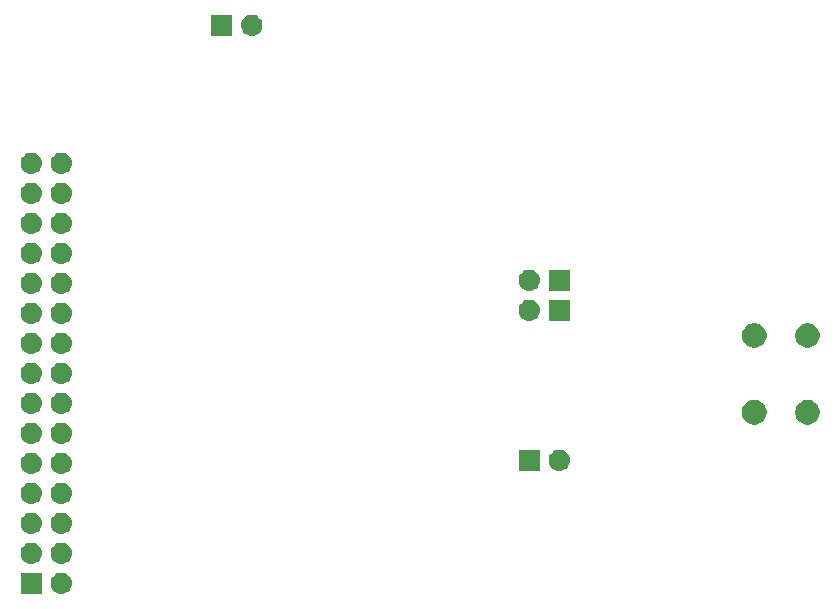
<source format=gbr>
G04 #@! TF.GenerationSoftware,KiCad,Pcbnew,(5.1.4)-1*
G04 #@! TF.CreationDate,2022-07-13T12:05:44+01:00*
G04 #@! TF.ProjectId,3Pi_M5Core2_Hat,3350695f-4d35-4436-9f72-65325f486174,rev?*
G04 #@! TF.SameCoordinates,Original*
G04 #@! TF.FileFunction,Soldermask,Top*
G04 #@! TF.FilePolarity,Negative*
%FSLAX46Y46*%
G04 Gerber Fmt 4.6, Leading zero omitted, Abs format (unit mm)*
G04 Created by KiCad (PCBNEW (5.1.4)-1) date 2022-07-13 12:05:44*
%MOMM*%
%LPD*%
G04 APERTURE LIST*
%ADD10C,0.100000*%
G04 APERTURE END LIST*
D10*
G36*
X90026443Y-111373519D02*
G01*
X90092627Y-111380037D01*
X90262466Y-111431557D01*
X90418991Y-111515222D01*
X90454729Y-111544552D01*
X90556186Y-111627814D01*
X90639448Y-111729271D01*
X90668778Y-111765009D01*
X90752443Y-111921534D01*
X90803963Y-112091373D01*
X90821359Y-112268000D01*
X90803963Y-112444627D01*
X90752443Y-112614466D01*
X90668778Y-112770991D01*
X90639448Y-112806729D01*
X90556186Y-112908186D01*
X90454729Y-112991448D01*
X90418991Y-113020778D01*
X90262466Y-113104443D01*
X90092627Y-113155963D01*
X90026442Y-113162482D01*
X89960260Y-113169000D01*
X89871740Y-113169000D01*
X89805558Y-113162482D01*
X89739373Y-113155963D01*
X89569534Y-113104443D01*
X89413009Y-113020778D01*
X89377271Y-112991448D01*
X89275814Y-112908186D01*
X89192552Y-112806729D01*
X89163222Y-112770991D01*
X89079557Y-112614466D01*
X89028037Y-112444627D01*
X89010641Y-112268000D01*
X89028037Y-112091373D01*
X89079557Y-111921534D01*
X89163222Y-111765009D01*
X89192552Y-111729271D01*
X89275814Y-111627814D01*
X89377271Y-111544552D01*
X89413009Y-111515222D01*
X89569534Y-111431557D01*
X89739373Y-111380037D01*
X89805557Y-111373519D01*
X89871740Y-111367000D01*
X89960260Y-111367000D01*
X90026443Y-111373519D01*
X90026443Y-111373519D01*
G37*
G36*
X88277000Y-113169000D02*
G01*
X86475000Y-113169000D01*
X86475000Y-111367000D01*
X88277000Y-111367000D01*
X88277000Y-113169000D01*
X88277000Y-113169000D01*
G37*
G36*
X90026443Y-108833519D02*
G01*
X90092627Y-108840037D01*
X90262466Y-108891557D01*
X90418991Y-108975222D01*
X90454729Y-109004552D01*
X90556186Y-109087814D01*
X90639448Y-109189271D01*
X90668778Y-109225009D01*
X90752443Y-109381534D01*
X90803963Y-109551373D01*
X90821359Y-109728000D01*
X90803963Y-109904627D01*
X90752443Y-110074466D01*
X90668778Y-110230991D01*
X90639448Y-110266729D01*
X90556186Y-110368186D01*
X90454729Y-110451448D01*
X90418991Y-110480778D01*
X90262466Y-110564443D01*
X90092627Y-110615963D01*
X90026442Y-110622482D01*
X89960260Y-110629000D01*
X89871740Y-110629000D01*
X89805558Y-110622482D01*
X89739373Y-110615963D01*
X89569534Y-110564443D01*
X89413009Y-110480778D01*
X89377271Y-110451448D01*
X89275814Y-110368186D01*
X89192552Y-110266729D01*
X89163222Y-110230991D01*
X89079557Y-110074466D01*
X89028037Y-109904627D01*
X89010641Y-109728000D01*
X89028037Y-109551373D01*
X89079557Y-109381534D01*
X89163222Y-109225009D01*
X89192552Y-109189271D01*
X89275814Y-109087814D01*
X89377271Y-109004552D01*
X89413009Y-108975222D01*
X89569534Y-108891557D01*
X89739373Y-108840037D01*
X89805557Y-108833519D01*
X89871740Y-108827000D01*
X89960260Y-108827000D01*
X90026443Y-108833519D01*
X90026443Y-108833519D01*
G37*
G36*
X87486443Y-108833519D02*
G01*
X87552627Y-108840037D01*
X87722466Y-108891557D01*
X87878991Y-108975222D01*
X87914729Y-109004552D01*
X88016186Y-109087814D01*
X88099448Y-109189271D01*
X88128778Y-109225009D01*
X88212443Y-109381534D01*
X88263963Y-109551373D01*
X88281359Y-109728000D01*
X88263963Y-109904627D01*
X88212443Y-110074466D01*
X88128778Y-110230991D01*
X88099448Y-110266729D01*
X88016186Y-110368186D01*
X87914729Y-110451448D01*
X87878991Y-110480778D01*
X87722466Y-110564443D01*
X87552627Y-110615963D01*
X87486442Y-110622482D01*
X87420260Y-110629000D01*
X87331740Y-110629000D01*
X87265558Y-110622482D01*
X87199373Y-110615963D01*
X87029534Y-110564443D01*
X86873009Y-110480778D01*
X86837271Y-110451448D01*
X86735814Y-110368186D01*
X86652552Y-110266729D01*
X86623222Y-110230991D01*
X86539557Y-110074466D01*
X86488037Y-109904627D01*
X86470641Y-109728000D01*
X86488037Y-109551373D01*
X86539557Y-109381534D01*
X86623222Y-109225009D01*
X86652552Y-109189271D01*
X86735814Y-109087814D01*
X86837271Y-109004552D01*
X86873009Y-108975222D01*
X87029534Y-108891557D01*
X87199373Y-108840037D01*
X87265557Y-108833519D01*
X87331740Y-108827000D01*
X87420260Y-108827000D01*
X87486443Y-108833519D01*
X87486443Y-108833519D01*
G37*
G36*
X87486442Y-106293518D02*
G01*
X87552627Y-106300037D01*
X87722466Y-106351557D01*
X87878991Y-106435222D01*
X87914729Y-106464552D01*
X88016186Y-106547814D01*
X88099448Y-106649271D01*
X88128778Y-106685009D01*
X88212443Y-106841534D01*
X88263963Y-107011373D01*
X88281359Y-107188000D01*
X88263963Y-107364627D01*
X88212443Y-107534466D01*
X88128778Y-107690991D01*
X88099448Y-107726729D01*
X88016186Y-107828186D01*
X87914729Y-107911448D01*
X87878991Y-107940778D01*
X87722466Y-108024443D01*
X87552627Y-108075963D01*
X87486442Y-108082482D01*
X87420260Y-108089000D01*
X87331740Y-108089000D01*
X87265558Y-108082482D01*
X87199373Y-108075963D01*
X87029534Y-108024443D01*
X86873009Y-107940778D01*
X86837271Y-107911448D01*
X86735814Y-107828186D01*
X86652552Y-107726729D01*
X86623222Y-107690991D01*
X86539557Y-107534466D01*
X86488037Y-107364627D01*
X86470641Y-107188000D01*
X86488037Y-107011373D01*
X86539557Y-106841534D01*
X86623222Y-106685009D01*
X86652552Y-106649271D01*
X86735814Y-106547814D01*
X86837271Y-106464552D01*
X86873009Y-106435222D01*
X87029534Y-106351557D01*
X87199373Y-106300037D01*
X87265558Y-106293518D01*
X87331740Y-106287000D01*
X87420260Y-106287000D01*
X87486442Y-106293518D01*
X87486442Y-106293518D01*
G37*
G36*
X90026442Y-106293518D02*
G01*
X90092627Y-106300037D01*
X90262466Y-106351557D01*
X90418991Y-106435222D01*
X90454729Y-106464552D01*
X90556186Y-106547814D01*
X90639448Y-106649271D01*
X90668778Y-106685009D01*
X90752443Y-106841534D01*
X90803963Y-107011373D01*
X90821359Y-107188000D01*
X90803963Y-107364627D01*
X90752443Y-107534466D01*
X90668778Y-107690991D01*
X90639448Y-107726729D01*
X90556186Y-107828186D01*
X90454729Y-107911448D01*
X90418991Y-107940778D01*
X90262466Y-108024443D01*
X90092627Y-108075963D01*
X90026442Y-108082482D01*
X89960260Y-108089000D01*
X89871740Y-108089000D01*
X89805558Y-108082482D01*
X89739373Y-108075963D01*
X89569534Y-108024443D01*
X89413009Y-107940778D01*
X89377271Y-107911448D01*
X89275814Y-107828186D01*
X89192552Y-107726729D01*
X89163222Y-107690991D01*
X89079557Y-107534466D01*
X89028037Y-107364627D01*
X89010641Y-107188000D01*
X89028037Y-107011373D01*
X89079557Y-106841534D01*
X89163222Y-106685009D01*
X89192552Y-106649271D01*
X89275814Y-106547814D01*
X89377271Y-106464552D01*
X89413009Y-106435222D01*
X89569534Y-106351557D01*
X89739373Y-106300037D01*
X89805558Y-106293518D01*
X89871740Y-106287000D01*
X89960260Y-106287000D01*
X90026442Y-106293518D01*
X90026442Y-106293518D01*
G37*
G36*
X87486442Y-103753518D02*
G01*
X87552627Y-103760037D01*
X87722466Y-103811557D01*
X87878991Y-103895222D01*
X87914729Y-103924552D01*
X88016186Y-104007814D01*
X88099448Y-104109271D01*
X88128778Y-104145009D01*
X88212443Y-104301534D01*
X88263963Y-104471373D01*
X88281359Y-104648000D01*
X88263963Y-104824627D01*
X88212443Y-104994466D01*
X88128778Y-105150991D01*
X88099448Y-105186729D01*
X88016186Y-105288186D01*
X87914729Y-105371448D01*
X87878991Y-105400778D01*
X87722466Y-105484443D01*
X87552627Y-105535963D01*
X87486442Y-105542482D01*
X87420260Y-105549000D01*
X87331740Y-105549000D01*
X87265558Y-105542482D01*
X87199373Y-105535963D01*
X87029534Y-105484443D01*
X86873009Y-105400778D01*
X86837271Y-105371448D01*
X86735814Y-105288186D01*
X86652552Y-105186729D01*
X86623222Y-105150991D01*
X86539557Y-104994466D01*
X86488037Y-104824627D01*
X86470641Y-104648000D01*
X86488037Y-104471373D01*
X86539557Y-104301534D01*
X86623222Y-104145009D01*
X86652552Y-104109271D01*
X86735814Y-104007814D01*
X86837271Y-103924552D01*
X86873009Y-103895222D01*
X87029534Y-103811557D01*
X87199373Y-103760037D01*
X87265558Y-103753518D01*
X87331740Y-103747000D01*
X87420260Y-103747000D01*
X87486442Y-103753518D01*
X87486442Y-103753518D01*
G37*
G36*
X90026442Y-103753518D02*
G01*
X90092627Y-103760037D01*
X90262466Y-103811557D01*
X90418991Y-103895222D01*
X90454729Y-103924552D01*
X90556186Y-104007814D01*
X90639448Y-104109271D01*
X90668778Y-104145009D01*
X90752443Y-104301534D01*
X90803963Y-104471373D01*
X90821359Y-104648000D01*
X90803963Y-104824627D01*
X90752443Y-104994466D01*
X90668778Y-105150991D01*
X90639448Y-105186729D01*
X90556186Y-105288186D01*
X90454729Y-105371448D01*
X90418991Y-105400778D01*
X90262466Y-105484443D01*
X90092627Y-105535963D01*
X90026442Y-105542482D01*
X89960260Y-105549000D01*
X89871740Y-105549000D01*
X89805558Y-105542482D01*
X89739373Y-105535963D01*
X89569534Y-105484443D01*
X89413009Y-105400778D01*
X89377271Y-105371448D01*
X89275814Y-105288186D01*
X89192552Y-105186729D01*
X89163222Y-105150991D01*
X89079557Y-104994466D01*
X89028037Y-104824627D01*
X89010641Y-104648000D01*
X89028037Y-104471373D01*
X89079557Y-104301534D01*
X89163222Y-104145009D01*
X89192552Y-104109271D01*
X89275814Y-104007814D01*
X89377271Y-103924552D01*
X89413009Y-103895222D01*
X89569534Y-103811557D01*
X89739373Y-103760037D01*
X89805558Y-103753518D01*
X89871740Y-103747000D01*
X89960260Y-103747000D01*
X90026442Y-103753518D01*
X90026442Y-103753518D01*
G37*
G36*
X87486442Y-101213518D02*
G01*
X87552627Y-101220037D01*
X87722466Y-101271557D01*
X87878991Y-101355222D01*
X87914729Y-101384552D01*
X88016186Y-101467814D01*
X88099448Y-101569271D01*
X88128778Y-101605009D01*
X88212443Y-101761534D01*
X88263963Y-101931373D01*
X88281359Y-102108000D01*
X88263963Y-102284627D01*
X88212443Y-102454466D01*
X88128778Y-102610991D01*
X88099448Y-102646729D01*
X88016186Y-102748186D01*
X87914729Y-102831448D01*
X87878991Y-102860778D01*
X87722466Y-102944443D01*
X87552627Y-102995963D01*
X87486443Y-103002481D01*
X87420260Y-103009000D01*
X87331740Y-103009000D01*
X87265558Y-103002482D01*
X87199373Y-102995963D01*
X87029534Y-102944443D01*
X86873009Y-102860778D01*
X86837271Y-102831448D01*
X86735814Y-102748186D01*
X86652552Y-102646729D01*
X86623222Y-102610991D01*
X86539557Y-102454466D01*
X86488037Y-102284627D01*
X86470641Y-102108000D01*
X86488037Y-101931373D01*
X86539557Y-101761534D01*
X86623222Y-101605009D01*
X86652552Y-101569271D01*
X86735814Y-101467814D01*
X86837271Y-101384552D01*
X86873009Y-101355222D01*
X87029534Y-101271557D01*
X87199373Y-101220037D01*
X87265557Y-101213519D01*
X87331740Y-101207000D01*
X87420260Y-101207000D01*
X87486442Y-101213518D01*
X87486442Y-101213518D01*
G37*
G36*
X90026442Y-101213518D02*
G01*
X90092627Y-101220037D01*
X90262466Y-101271557D01*
X90418991Y-101355222D01*
X90454729Y-101384552D01*
X90556186Y-101467814D01*
X90639448Y-101569271D01*
X90668778Y-101605009D01*
X90752443Y-101761534D01*
X90803963Y-101931373D01*
X90821359Y-102108000D01*
X90803963Y-102284627D01*
X90752443Y-102454466D01*
X90668778Y-102610991D01*
X90639448Y-102646729D01*
X90556186Y-102748186D01*
X90454729Y-102831448D01*
X90418991Y-102860778D01*
X90262466Y-102944443D01*
X90092627Y-102995963D01*
X90026443Y-103002481D01*
X89960260Y-103009000D01*
X89871740Y-103009000D01*
X89805558Y-103002482D01*
X89739373Y-102995963D01*
X89569534Y-102944443D01*
X89413009Y-102860778D01*
X89377271Y-102831448D01*
X89275814Y-102748186D01*
X89192552Y-102646729D01*
X89163222Y-102610991D01*
X89079557Y-102454466D01*
X89028037Y-102284627D01*
X89010641Y-102108000D01*
X89028037Y-101931373D01*
X89079557Y-101761534D01*
X89163222Y-101605009D01*
X89192552Y-101569271D01*
X89275814Y-101467814D01*
X89377271Y-101384552D01*
X89413009Y-101355222D01*
X89569534Y-101271557D01*
X89739373Y-101220037D01*
X89805557Y-101213519D01*
X89871740Y-101207000D01*
X89960260Y-101207000D01*
X90026442Y-101213518D01*
X90026442Y-101213518D01*
G37*
G36*
X132190443Y-100959519D02*
G01*
X132256627Y-100966037D01*
X132426466Y-101017557D01*
X132582991Y-101101222D01*
X132618729Y-101130552D01*
X132720186Y-101213814D01*
X132803448Y-101315271D01*
X132832778Y-101351009D01*
X132916443Y-101507534D01*
X132967963Y-101677373D01*
X132985359Y-101854000D01*
X132967963Y-102030627D01*
X132916443Y-102200466D01*
X132832778Y-102356991D01*
X132803448Y-102392729D01*
X132720186Y-102494186D01*
X132618729Y-102577448D01*
X132582991Y-102606778D01*
X132426466Y-102690443D01*
X132256627Y-102741963D01*
X132193453Y-102748185D01*
X132124260Y-102755000D01*
X132035740Y-102755000D01*
X131966547Y-102748185D01*
X131903373Y-102741963D01*
X131733534Y-102690443D01*
X131577009Y-102606778D01*
X131541271Y-102577448D01*
X131439814Y-102494186D01*
X131356552Y-102392729D01*
X131327222Y-102356991D01*
X131243557Y-102200466D01*
X131192037Y-102030627D01*
X131174641Y-101854000D01*
X131192037Y-101677373D01*
X131243557Y-101507534D01*
X131327222Y-101351009D01*
X131356552Y-101315271D01*
X131439814Y-101213814D01*
X131541271Y-101130552D01*
X131577009Y-101101222D01*
X131733534Y-101017557D01*
X131903373Y-100966037D01*
X131969558Y-100959518D01*
X132035740Y-100953000D01*
X132124260Y-100953000D01*
X132190443Y-100959519D01*
X132190443Y-100959519D01*
G37*
G36*
X130441000Y-102755000D02*
G01*
X128639000Y-102755000D01*
X128639000Y-100953000D01*
X130441000Y-100953000D01*
X130441000Y-102755000D01*
X130441000Y-102755000D01*
G37*
G36*
X90026442Y-98673518D02*
G01*
X90092627Y-98680037D01*
X90262466Y-98731557D01*
X90418991Y-98815222D01*
X90450401Y-98841000D01*
X90556186Y-98927814D01*
X90639448Y-99029271D01*
X90668778Y-99065009D01*
X90752443Y-99221534D01*
X90803963Y-99391373D01*
X90821359Y-99568000D01*
X90803963Y-99744627D01*
X90752443Y-99914466D01*
X90668778Y-100070991D01*
X90639448Y-100106729D01*
X90556186Y-100208186D01*
X90454729Y-100291448D01*
X90418991Y-100320778D01*
X90262466Y-100404443D01*
X90092627Y-100455963D01*
X90026442Y-100462482D01*
X89960260Y-100469000D01*
X89871740Y-100469000D01*
X89805557Y-100462481D01*
X89739373Y-100455963D01*
X89569534Y-100404443D01*
X89413009Y-100320778D01*
X89377271Y-100291448D01*
X89275814Y-100208186D01*
X89192552Y-100106729D01*
X89163222Y-100070991D01*
X89079557Y-99914466D01*
X89028037Y-99744627D01*
X89010641Y-99568000D01*
X89028037Y-99391373D01*
X89079557Y-99221534D01*
X89163222Y-99065009D01*
X89192552Y-99029271D01*
X89275814Y-98927814D01*
X89381599Y-98841000D01*
X89413009Y-98815222D01*
X89569534Y-98731557D01*
X89739373Y-98680037D01*
X89805558Y-98673518D01*
X89871740Y-98667000D01*
X89960260Y-98667000D01*
X90026442Y-98673518D01*
X90026442Y-98673518D01*
G37*
G36*
X87486442Y-98673518D02*
G01*
X87552627Y-98680037D01*
X87722466Y-98731557D01*
X87878991Y-98815222D01*
X87910401Y-98841000D01*
X88016186Y-98927814D01*
X88099448Y-99029271D01*
X88128778Y-99065009D01*
X88212443Y-99221534D01*
X88263963Y-99391373D01*
X88281359Y-99568000D01*
X88263963Y-99744627D01*
X88212443Y-99914466D01*
X88128778Y-100070991D01*
X88099448Y-100106729D01*
X88016186Y-100208186D01*
X87914729Y-100291448D01*
X87878991Y-100320778D01*
X87722466Y-100404443D01*
X87552627Y-100455963D01*
X87486442Y-100462482D01*
X87420260Y-100469000D01*
X87331740Y-100469000D01*
X87265557Y-100462481D01*
X87199373Y-100455963D01*
X87029534Y-100404443D01*
X86873009Y-100320778D01*
X86837271Y-100291448D01*
X86735814Y-100208186D01*
X86652552Y-100106729D01*
X86623222Y-100070991D01*
X86539557Y-99914466D01*
X86488037Y-99744627D01*
X86470641Y-99568000D01*
X86488037Y-99391373D01*
X86539557Y-99221534D01*
X86623222Y-99065009D01*
X86652552Y-99029271D01*
X86735814Y-98927814D01*
X86841599Y-98841000D01*
X86873009Y-98815222D01*
X87029534Y-98731557D01*
X87199373Y-98680037D01*
X87265558Y-98673518D01*
X87331740Y-98667000D01*
X87420260Y-98667000D01*
X87486442Y-98673518D01*
X87486442Y-98673518D01*
G37*
G36*
X148896564Y-96779389D02*
G01*
X149070349Y-96851373D01*
X149087835Y-96858616D01*
X149259973Y-96973635D01*
X149406365Y-97120027D01*
X149462892Y-97204625D01*
X149521385Y-97292167D01*
X149600611Y-97483436D01*
X149641000Y-97686484D01*
X149641000Y-97893516D01*
X149600611Y-98096564D01*
X149521385Y-98287833D01*
X149521384Y-98287835D01*
X149406365Y-98459973D01*
X149259973Y-98606365D01*
X149087835Y-98721384D01*
X149087834Y-98721385D01*
X149087833Y-98721385D01*
X148896564Y-98800611D01*
X148693516Y-98841000D01*
X148486484Y-98841000D01*
X148283436Y-98800611D01*
X148092167Y-98721385D01*
X148092166Y-98721385D01*
X148092165Y-98721384D01*
X147920027Y-98606365D01*
X147773635Y-98459973D01*
X147658616Y-98287835D01*
X147658615Y-98287833D01*
X147579389Y-98096564D01*
X147539000Y-97893516D01*
X147539000Y-97686484D01*
X147579389Y-97483436D01*
X147658615Y-97292167D01*
X147717109Y-97204625D01*
X147773635Y-97120027D01*
X147920027Y-96973635D01*
X148092165Y-96858616D01*
X148109651Y-96851373D01*
X148283436Y-96779389D01*
X148486484Y-96739000D01*
X148693516Y-96739000D01*
X148896564Y-96779389D01*
X148896564Y-96779389D01*
G37*
G36*
X153396564Y-96779389D02*
G01*
X153570349Y-96851373D01*
X153587835Y-96858616D01*
X153759973Y-96973635D01*
X153906365Y-97120027D01*
X153962892Y-97204625D01*
X154021385Y-97292167D01*
X154100611Y-97483436D01*
X154141000Y-97686484D01*
X154141000Y-97893516D01*
X154100611Y-98096564D01*
X154021385Y-98287833D01*
X154021384Y-98287835D01*
X153906365Y-98459973D01*
X153759973Y-98606365D01*
X153587835Y-98721384D01*
X153587834Y-98721385D01*
X153587833Y-98721385D01*
X153396564Y-98800611D01*
X153193516Y-98841000D01*
X152986484Y-98841000D01*
X152783436Y-98800611D01*
X152592167Y-98721385D01*
X152592166Y-98721385D01*
X152592165Y-98721384D01*
X152420027Y-98606365D01*
X152273635Y-98459973D01*
X152158616Y-98287835D01*
X152158615Y-98287833D01*
X152079389Y-98096564D01*
X152039000Y-97893516D01*
X152039000Y-97686484D01*
X152079389Y-97483436D01*
X152158615Y-97292167D01*
X152217109Y-97204625D01*
X152273635Y-97120027D01*
X152420027Y-96973635D01*
X152592165Y-96858616D01*
X152609651Y-96851373D01*
X152783436Y-96779389D01*
X152986484Y-96739000D01*
X153193516Y-96739000D01*
X153396564Y-96779389D01*
X153396564Y-96779389D01*
G37*
G36*
X90026443Y-96133519D02*
G01*
X90092627Y-96140037D01*
X90262466Y-96191557D01*
X90418991Y-96275222D01*
X90454729Y-96304552D01*
X90556186Y-96387814D01*
X90639448Y-96489271D01*
X90668778Y-96525009D01*
X90752443Y-96681534D01*
X90803963Y-96851373D01*
X90821359Y-97028000D01*
X90803963Y-97204627D01*
X90752443Y-97374466D01*
X90668778Y-97530991D01*
X90639448Y-97566729D01*
X90556186Y-97668186D01*
X90454729Y-97751448D01*
X90418991Y-97780778D01*
X90262466Y-97864443D01*
X90092627Y-97915963D01*
X90026442Y-97922482D01*
X89960260Y-97929000D01*
X89871740Y-97929000D01*
X89805558Y-97922482D01*
X89739373Y-97915963D01*
X89569534Y-97864443D01*
X89413009Y-97780778D01*
X89377271Y-97751448D01*
X89275814Y-97668186D01*
X89192552Y-97566729D01*
X89163222Y-97530991D01*
X89079557Y-97374466D01*
X89028037Y-97204627D01*
X89010641Y-97028000D01*
X89028037Y-96851373D01*
X89079557Y-96681534D01*
X89163222Y-96525009D01*
X89192552Y-96489271D01*
X89275814Y-96387814D01*
X89377271Y-96304552D01*
X89413009Y-96275222D01*
X89569534Y-96191557D01*
X89739373Y-96140037D01*
X89805557Y-96133519D01*
X89871740Y-96127000D01*
X89960260Y-96127000D01*
X90026443Y-96133519D01*
X90026443Y-96133519D01*
G37*
G36*
X87486443Y-96133519D02*
G01*
X87552627Y-96140037D01*
X87722466Y-96191557D01*
X87878991Y-96275222D01*
X87914729Y-96304552D01*
X88016186Y-96387814D01*
X88099448Y-96489271D01*
X88128778Y-96525009D01*
X88212443Y-96681534D01*
X88263963Y-96851373D01*
X88281359Y-97028000D01*
X88263963Y-97204627D01*
X88212443Y-97374466D01*
X88128778Y-97530991D01*
X88099448Y-97566729D01*
X88016186Y-97668186D01*
X87914729Y-97751448D01*
X87878991Y-97780778D01*
X87722466Y-97864443D01*
X87552627Y-97915963D01*
X87486442Y-97922482D01*
X87420260Y-97929000D01*
X87331740Y-97929000D01*
X87265558Y-97922482D01*
X87199373Y-97915963D01*
X87029534Y-97864443D01*
X86873009Y-97780778D01*
X86837271Y-97751448D01*
X86735814Y-97668186D01*
X86652552Y-97566729D01*
X86623222Y-97530991D01*
X86539557Y-97374466D01*
X86488037Y-97204627D01*
X86470641Y-97028000D01*
X86488037Y-96851373D01*
X86539557Y-96681534D01*
X86623222Y-96525009D01*
X86652552Y-96489271D01*
X86735814Y-96387814D01*
X86837271Y-96304552D01*
X86873009Y-96275222D01*
X87029534Y-96191557D01*
X87199373Y-96140037D01*
X87265557Y-96133519D01*
X87331740Y-96127000D01*
X87420260Y-96127000D01*
X87486443Y-96133519D01*
X87486443Y-96133519D01*
G37*
G36*
X87486442Y-93593518D02*
G01*
X87552627Y-93600037D01*
X87722466Y-93651557D01*
X87878991Y-93735222D01*
X87914729Y-93764552D01*
X88016186Y-93847814D01*
X88099448Y-93949271D01*
X88128778Y-93985009D01*
X88212443Y-94141534D01*
X88263963Y-94311373D01*
X88281359Y-94488000D01*
X88263963Y-94664627D01*
X88212443Y-94834466D01*
X88128778Y-94990991D01*
X88099448Y-95026729D01*
X88016186Y-95128186D01*
X87914729Y-95211448D01*
X87878991Y-95240778D01*
X87722466Y-95324443D01*
X87552627Y-95375963D01*
X87486443Y-95382481D01*
X87420260Y-95389000D01*
X87331740Y-95389000D01*
X87265557Y-95382481D01*
X87199373Y-95375963D01*
X87029534Y-95324443D01*
X86873009Y-95240778D01*
X86837271Y-95211448D01*
X86735814Y-95128186D01*
X86652552Y-95026729D01*
X86623222Y-94990991D01*
X86539557Y-94834466D01*
X86488037Y-94664627D01*
X86470641Y-94488000D01*
X86488037Y-94311373D01*
X86539557Y-94141534D01*
X86623222Y-93985009D01*
X86652552Y-93949271D01*
X86735814Y-93847814D01*
X86837271Y-93764552D01*
X86873009Y-93735222D01*
X87029534Y-93651557D01*
X87199373Y-93600037D01*
X87265558Y-93593518D01*
X87331740Y-93587000D01*
X87420260Y-93587000D01*
X87486442Y-93593518D01*
X87486442Y-93593518D01*
G37*
G36*
X90026442Y-93593518D02*
G01*
X90092627Y-93600037D01*
X90262466Y-93651557D01*
X90418991Y-93735222D01*
X90454729Y-93764552D01*
X90556186Y-93847814D01*
X90639448Y-93949271D01*
X90668778Y-93985009D01*
X90752443Y-94141534D01*
X90803963Y-94311373D01*
X90821359Y-94488000D01*
X90803963Y-94664627D01*
X90752443Y-94834466D01*
X90668778Y-94990991D01*
X90639448Y-95026729D01*
X90556186Y-95128186D01*
X90454729Y-95211448D01*
X90418991Y-95240778D01*
X90262466Y-95324443D01*
X90092627Y-95375963D01*
X90026443Y-95382481D01*
X89960260Y-95389000D01*
X89871740Y-95389000D01*
X89805557Y-95382481D01*
X89739373Y-95375963D01*
X89569534Y-95324443D01*
X89413009Y-95240778D01*
X89377271Y-95211448D01*
X89275814Y-95128186D01*
X89192552Y-95026729D01*
X89163222Y-94990991D01*
X89079557Y-94834466D01*
X89028037Y-94664627D01*
X89010641Y-94488000D01*
X89028037Y-94311373D01*
X89079557Y-94141534D01*
X89163222Y-93985009D01*
X89192552Y-93949271D01*
X89275814Y-93847814D01*
X89377271Y-93764552D01*
X89413009Y-93735222D01*
X89569534Y-93651557D01*
X89739373Y-93600037D01*
X89805558Y-93593518D01*
X89871740Y-93587000D01*
X89960260Y-93587000D01*
X90026442Y-93593518D01*
X90026442Y-93593518D01*
G37*
G36*
X87486442Y-91053518D02*
G01*
X87552627Y-91060037D01*
X87722466Y-91111557D01*
X87878991Y-91195222D01*
X87914729Y-91224552D01*
X88016186Y-91307814D01*
X88099448Y-91409271D01*
X88128778Y-91445009D01*
X88128779Y-91445011D01*
X88209787Y-91596564D01*
X88212443Y-91601534D01*
X88263963Y-91771373D01*
X88281359Y-91948000D01*
X88263963Y-92124627D01*
X88212443Y-92294466D01*
X88128778Y-92450991D01*
X88099448Y-92486729D01*
X88016186Y-92588186D01*
X87914729Y-92671448D01*
X87878991Y-92700778D01*
X87722466Y-92784443D01*
X87552627Y-92835963D01*
X87486442Y-92842482D01*
X87420260Y-92849000D01*
X87331740Y-92849000D01*
X87265558Y-92842482D01*
X87199373Y-92835963D01*
X87029534Y-92784443D01*
X86873009Y-92700778D01*
X86837271Y-92671448D01*
X86735814Y-92588186D01*
X86652552Y-92486729D01*
X86623222Y-92450991D01*
X86539557Y-92294466D01*
X86488037Y-92124627D01*
X86470641Y-91948000D01*
X86488037Y-91771373D01*
X86539557Y-91601534D01*
X86542214Y-91596564D01*
X86623221Y-91445011D01*
X86623222Y-91445009D01*
X86652552Y-91409271D01*
X86735814Y-91307814D01*
X86837271Y-91224552D01*
X86873009Y-91195222D01*
X87029534Y-91111557D01*
X87199373Y-91060037D01*
X87265558Y-91053518D01*
X87331740Y-91047000D01*
X87420260Y-91047000D01*
X87486442Y-91053518D01*
X87486442Y-91053518D01*
G37*
G36*
X90026442Y-91053518D02*
G01*
X90092627Y-91060037D01*
X90262466Y-91111557D01*
X90418991Y-91195222D01*
X90454729Y-91224552D01*
X90556186Y-91307814D01*
X90639448Y-91409271D01*
X90668778Y-91445009D01*
X90668779Y-91445011D01*
X90749787Y-91596564D01*
X90752443Y-91601534D01*
X90803963Y-91771373D01*
X90821359Y-91948000D01*
X90803963Y-92124627D01*
X90752443Y-92294466D01*
X90668778Y-92450991D01*
X90639448Y-92486729D01*
X90556186Y-92588186D01*
X90454729Y-92671448D01*
X90418991Y-92700778D01*
X90262466Y-92784443D01*
X90092627Y-92835963D01*
X90026442Y-92842482D01*
X89960260Y-92849000D01*
X89871740Y-92849000D01*
X89805558Y-92842482D01*
X89739373Y-92835963D01*
X89569534Y-92784443D01*
X89413009Y-92700778D01*
X89377271Y-92671448D01*
X89275814Y-92588186D01*
X89192552Y-92486729D01*
X89163222Y-92450991D01*
X89079557Y-92294466D01*
X89028037Y-92124627D01*
X89010641Y-91948000D01*
X89028037Y-91771373D01*
X89079557Y-91601534D01*
X89082214Y-91596564D01*
X89163221Y-91445011D01*
X89163222Y-91445009D01*
X89192552Y-91409271D01*
X89275814Y-91307814D01*
X89377271Y-91224552D01*
X89413009Y-91195222D01*
X89569534Y-91111557D01*
X89739373Y-91060037D01*
X89805558Y-91053518D01*
X89871740Y-91047000D01*
X89960260Y-91047000D01*
X90026442Y-91053518D01*
X90026442Y-91053518D01*
G37*
G36*
X148896564Y-90279389D02*
G01*
X149087833Y-90358615D01*
X149087835Y-90358616D01*
X149259973Y-90473635D01*
X149406365Y-90620027D01*
X149521385Y-90792167D01*
X149600611Y-90983436D01*
X149641000Y-91186484D01*
X149641000Y-91393516D01*
X149600611Y-91596564D01*
X149598553Y-91601532D01*
X149521384Y-91787835D01*
X149406365Y-91959973D01*
X149259973Y-92106365D01*
X149087835Y-92221384D01*
X149087834Y-92221385D01*
X149087833Y-92221385D01*
X148896564Y-92300611D01*
X148693516Y-92341000D01*
X148486484Y-92341000D01*
X148283436Y-92300611D01*
X148092167Y-92221385D01*
X148092166Y-92221385D01*
X148092165Y-92221384D01*
X147920027Y-92106365D01*
X147773635Y-91959973D01*
X147658616Y-91787835D01*
X147581447Y-91601532D01*
X147579389Y-91596564D01*
X147539000Y-91393516D01*
X147539000Y-91186484D01*
X147579389Y-90983436D01*
X147658615Y-90792167D01*
X147773635Y-90620027D01*
X147920027Y-90473635D01*
X148092165Y-90358616D01*
X148092167Y-90358615D01*
X148283436Y-90279389D01*
X148486484Y-90239000D01*
X148693516Y-90239000D01*
X148896564Y-90279389D01*
X148896564Y-90279389D01*
G37*
G36*
X153396564Y-90279389D02*
G01*
X153587833Y-90358615D01*
X153587835Y-90358616D01*
X153759973Y-90473635D01*
X153906365Y-90620027D01*
X154021385Y-90792167D01*
X154100611Y-90983436D01*
X154141000Y-91186484D01*
X154141000Y-91393516D01*
X154100611Y-91596564D01*
X154098553Y-91601532D01*
X154021384Y-91787835D01*
X153906365Y-91959973D01*
X153759973Y-92106365D01*
X153587835Y-92221384D01*
X153587834Y-92221385D01*
X153587833Y-92221385D01*
X153396564Y-92300611D01*
X153193516Y-92341000D01*
X152986484Y-92341000D01*
X152783436Y-92300611D01*
X152592167Y-92221385D01*
X152592166Y-92221385D01*
X152592165Y-92221384D01*
X152420027Y-92106365D01*
X152273635Y-91959973D01*
X152158616Y-91787835D01*
X152081447Y-91601532D01*
X152079389Y-91596564D01*
X152039000Y-91393516D01*
X152039000Y-91186484D01*
X152079389Y-90983436D01*
X152158615Y-90792167D01*
X152273635Y-90620027D01*
X152420027Y-90473635D01*
X152592165Y-90358616D01*
X152592167Y-90358615D01*
X152783436Y-90279389D01*
X152986484Y-90239000D01*
X153193516Y-90239000D01*
X153396564Y-90279389D01*
X153396564Y-90279389D01*
G37*
G36*
X87486443Y-88513519D02*
G01*
X87552627Y-88520037D01*
X87722466Y-88571557D01*
X87878991Y-88655222D01*
X87914729Y-88684552D01*
X88016186Y-88767814D01*
X88099448Y-88869271D01*
X88128778Y-88905009D01*
X88212443Y-89061534D01*
X88263963Y-89231373D01*
X88281359Y-89408000D01*
X88263963Y-89584627D01*
X88212443Y-89754466D01*
X88128778Y-89910991D01*
X88099448Y-89946729D01*
X88016186Y-90048186D01*
X87914729Y-90131448D01*
X87878991Y-90160778D01*
X87722466Y-90244443D01*
X87552627Y-90295963D01*
X87486443Y-90302481D01*
X87420260Y-90309000D01*
X87331740Y-90309000D01*
X87265557Y-90302481D01*
X87199373Y-90295963D01*
X87029534Y-90244443D01*
X86873009Y-90160778D01*
X86837271Y-90131448D01*
X86735814Y-90048186D01*
X86652552Y-89946729D01*
X86623222Y-89910991D01*
X86539557Y-89754466D01*
X86488037Y-89584627D01*
X86470641Y-89408000D01*
X86488037Y-89231373D01*
X86539557Y-89061534D01*
X86623222Y-88905009D01*
X86652552Y-88869271D01*
X86735814Y-88767814D01*
X86837271Y-88684552D01*
X86873009Y-88655222D01*
X87029534Y-88571557D01*
X87199373Y-88520037D01*
X87265557Y-88513519D01*
X87331740Y-88507000D01*
X87420260Y-88507000D01*
X87486443Y-88513519D01*
X87486443Y-88513519D01*
G37*
G36*
X90026443Y-88513519D02*
G01*
X90092627Y-88520037D01*
X90262466Y-88571557D01*
X90418991Y-88655222D01*
X90454729Y-88684552D01*
X90556186Y-88767814D01*
X90639448Y-88869271D01*
X90668778Y-88905009D01*
X90752443Y-89061534D01*
X90803963Y-89231373D01*
X90821359Y-89408000D01*
X90803963Y-89584627D01*
X90752443Y-89754466D01*
X90668778Y-89910991D01*
X90639448Y-89946729D01*
X90556186Y-90048186D01*
X90454729Y-90131448D01*
X90418991Y-90160778D01*
X90262466Y-90244443D01*
X90092627Y-90295963D01*
X90026443Y-90302481D01*
X89960260Y-90309000D01*
X89871740Y-90309000D01*
X89805557Y-90302481D01*
X89739373Y-90295963D01*
X89569534Y-90244443D01*
X89413009Y-90160778D01*
X89377271Y-90131448D01*
X89275814Y-90048186D01*
X89192552Y-89946729D01*
X89163222Y-89910991D01*
X89079557Y-89754466D01*
X89028037Y-89584627D01*
X89010641Y-89408000D01*
X89028037Y-89231373D01*
X89079557Y-89061534D01*
X89163222Y-88905009D01*
X89192552Y-88869271D01*
X89275814Y-88767814D01*
X89377271Y-88684552D01*
X89413009Y-88655222D01*
X89569534Y-88571557D01*
X89739373Y-88520037D01*
X89805557Y-88513519D01*
X89871740Y-88507000D01*
X89960260Y-88507000D01*
X90026443Y-88513519D01*
X90026443Y-88513519D01*
G37*
G36*
X132981000Y-90055000D02*
G01*
X131179000Y-90055000D01*
X131179000Y-88253000D01*
X132981000Y-88253000D01*
X132981000Y-90055000D01*
X132981000Y-90055000D01*
G37*
G36*
X129650443Y-88259519D02*
G01*
X129716627Y-88266037D01*
X129886466Y-88317557D01*
X130042991Y-88401222D01*
X130078729Y-88430552D01*
X130180186Y-88513814D01*
X130263448Y-88615271D01*
X130292778Y-88651009D01*
X130376443Y-88807534D01*
X130427963Y-88977373D01*
X130445359Y-89154000D01*
X130427963Y-89330627D01*
X130376443Y-89500466D01*
X130292778Y-89656991D01*
X130263448Y-89692729D01*
X130180186Y-89794186D01*
X130078729Y-89877448D01*
X130042991Y-89906778D01*
X129886466Y-89990443D01*
X129716627Y-90041963D01*
X129653453Y-90048185D01*
X129584260Y-90055000D01*
X129495740Y-90055000D01*
X129426547Y-90048185D01*
X129363373Y-90041963D01*
X129193534Y-89990443D01*
X129037009Y-89906778D01*
X129001271Y-89877448D01*
X128899814Y-89794186D01*
X128816552Y-89692729D01*
X128787222Y-89656991D01*
X128703557Y-89500466D01*
X128652037Y-89330627D01*
X128634641Y-89154000D01*
X128652037Y-88977373D01*
X128703557Y-88807534D01*
X128787222Y-88651009D01*
X128816552Y-88615271D01*
X128899814Y-88513814D01*
X129001271Y-88430552D01*
X129037009Y-88401222D01*
X129193534Y-88317557D01*
X129363373Y-88266037D01*
X129429557Y-88259519D01*
X129495740Y-88253000D01*
X129584260Y-88253000D01*
X129650443Y-88259519D01*
X129650443Y-88259519D01*
G37*
G36*
X90026443Y-85973519D02*
G01*
X90092627Y-85980037D01*
X90262466Y-86031557D01*
X90418991Y-86115222D01*
X90454729Y-86144552D01*
X90556186Y-86227814D01*
X90639448Y-86329271D01*
X90668778Y-86365009D01*
X90752443Y-86521534D01*
X90803963Y-86691373D01*
X90821359Y-86868000D01*
X90803963Y-87044627D01*
X90752443Y-87214466D01*
X90668778Y-87370991D01*
X90639448Y-87406729D01*
X90556186Y-87508186D01*
X90454729Y-87591448D01*
X90418991Y-87620778D01*
X90262466Y-87704443D01*
X90092627Y-87755963D01*
X90026442Y-87762482D01*
X89960260Y-87769000D01*
X89871740Y-87769000D01*
X89805558Y-87762482D01*
X89739373Y-87755963D01*
X89569534Y-87704443D01*
X89413009Y-87620778D01*
X89377271Y-87591448D01*
X89275814Y-87508186D01*
X89192552Y-87406729D01*
X89163222Y-87370991D01*
X89079557Y-87214466D01*
X89028037Y-87044627D01*
X89010641Y-86868000D01*
X89028037Y-86691373D01*
X89079557Y-86521534D01*
X89163222Y-86365009D01*
X89192552Y-86329271D01*
X89275814Y-86227814D01*
X89377271Y-86144552D01*
X89413009Y-86115222D01*
X89569534Y-86031557D01*
X89739373Y-85980037D01*
X89805557Y-85973519D01*
X89871740Y-85967000D01*
X89960260Y-85967000D01*
X90026443Y-85973519D01*
X90026443Y-85973519D01*
G37*
G36*
X87486443Y-85973519D02*
G01*
X87552627Y-85980037D01*
X87722466Y-86031557D01*
X87878991Y-86115222D01*
X87914729Y-86144552D01*
X88016186Y-86227814D01*
X88099448Y-86329271D01*
X88128778Y-86365009D01*
X88212443Y-86521534D01*
X88263963Y-86691373D01*
X88281359Y-86868000D01*
X88263963Y-87044627D01*
X88212443Y-87214466D01*
X88128778Y-87370991D01*
X88099448Y-87406729D01*
X88016186Y-87508186D01*
X87914729Y-87591448D01*
X87878991Y-87620778D01*
X87722466Y-87704443D01*
X87552627Y-87755963D01*
X87486442Y-87762482D01*
X87420260Y-87769000D01*
X87331740Y-87769000D01*
X87265558Y-87762482D01*
X87199373Y-87755963D01*
X87029534Y-87704443D01*
X86873009Y-87620778D01*
X86837271Y-87591448D01*
X86735814Y-87508186D01*
X86652552Y-87406729D01*
X86623222Y-87370991D01*
X86539557Y-87214466D01*
X86488037Y-87044627D01*
X86470641Y-86868000D01*
X86488037Y-86691373D01*
X86539557Y-86521534D01*
X86623222Y-86365009D01*
X86652552Y-86329271D01*
X86735814Y-86227814D01*
X86837271Y-86144552D01*
X86873009Y-86115222D01*
X87029534Y-86031557D01*
X87199373Y-85980037D01*
X87265557Y-85973519D01*
X87331740Y-85967000D01*
X87420260Y-85967000D01*
X87486443Y-85973519D01*
X87486443Y-85973519D01*
G37*
G36*
X132981000Y-87515000D02*
G01*
X131179000Y-87515000D01*
X131179000Y-85713000D01*
X132981000Y-85713000D01*
X132981000Y-87515000D01*
X132981000Y-87515000D01*
G37*
G36*
X129650443Y-85719519D02*
G01*
X129716627Y-85726037D01*
X129886466Y-85777557D01*
X130042991Y-85861222D01*
X130078729Y-85890552D01*
X130180186Y-85973814D01*
X130263448Y-86075271D01*
X130292778Y-86111009D01*
X130376443Y-86267534D01*
X130427963Y-86437373D01*
X130445359Y-86614000D01*
X130427963Y-86790627D01*
X130376443Y-86960466D01*
X130292778Y-87116991D01*
X130263448Y-87152729D01*
X130180186Y-87254186D01*
X130078729Y-87337448D01*
X130042991Y-87366778D01*
X129886466Y-87450443D01*
X129716627Y-87501963D01*
X129653453Y-87508185D01*
X129584260Y-87515000D01*
X129495740Y-87515000D01*
X129426547Y-87508185D01*
X129363373Y-87501963D01*
X129193534Y-87450443D01*
X129037009Y-87366778D01*
X129001271Y-87337448D01*
X128899814Y-87254186D01*
X128816552Y-87152729D01*
X128787222Y-87116991D01*
X128703557Y-86960466D01*
X128652037Y-86790627D01*
X128634641Y-86614000D01*
X128652037Y-86437373D01*
X128703557Y-86267534D01*
X128787222Y-86111009D01*
X128816552Y-86075271D01*
X128899814Y-85973814D01*
X129001271Y-85890552D01*
X129037009Y-85861222D01*
X129193534Y-85777557D01*
X129363373Y-85726037D01*
X129429557Y-85719519D01*
X129495740Y-85713000D01*
X129584260Y-85713000D01*
X129650443Y-85719519D01*
X129650443Y-85719519D01*
G37*
G36*
X90026443Y-83433519D02*
G01*
X90092627Y-83440037D01*
X90262466Y-83491557D01*
X90418991Y-83575222D01*
X90454729Y-83604552D01*
X90556186Y-83687814D01*
X90639448Y-83789271D01*
X90668778Y-83825009D01*
X90752443Y-83981534D01*
X90803963Y-84151373D01*
X90821359Y-84328000D01*
X90803963Y-84504627D01*
X90752443Y-84674466D01*
X90668778Y-84830991D01*
X90639448Y-84866729D01*
X90556186Y-84968186D01*
X90454729Y-85051448D01*
X90418991Y-85080778D01*
X90262466Y-85164443D01*
X90092627Y-85215963D01*
X90026443Y-85222481D01*
X89960260Y-85229000D01*
X89871740Y-85229000D01*
X89805557Y-85222481D01*
X89739373Y-85215963D01*
X89569534Y-85164443D01*
X89413009Y-85080778D01*
X89377271Y-85051448D01*
X89275814Y-84968186D01*
X89192552Y-84866729D01*
X89163222Y-84830991D01*
X89079557Y-84674466D01*
X89028037Y-84504627D01*
X89010641Y-84328000D01*
X89028037Y-84151373D01*
X89079557Y-83981534D01*
X89163222Y-83825009D01*
X89192552Y-83789271D01*
X89275814Y-83687814D01*
X89377271Y-83604552D01*
X89413009Y-83575222D01*
X89569534Y-83491557D01*
X89739373Y-83440037D01*
X89805557Y-83433519D01*
X89871740Y-83427000D01*
X89960260Y-83427000D01*
X90026443Y-83433519D01*
X90026443Y-83433519D01*
G37*
G36*
X87486443Y-83433519D02*
G01*
X87552627Y-83440037D01*
X87722466Y-83491557D01*
X87878991Y-83575222D01*
X87914729Y-83604552D01*
X88016186Y-83687814D01*
X88099448Y-83789271D01*
X88128778Y-83825009D01*
X88212443Y-83981534D01*
X88263963Y-84151373D01*
X88281359Y-84328000D01*
X88263963Y-84504627D01*
X88212443Y-84674466D01*
X88128778Y-84830991D01*
X88099448Y-84866729D01*
X88016186Y-84968186D01*
X87914729Y-85051448D01*
X87878991Y-85080778D01*
X87722466Y-85164443D01*
X87552627Y-85215963D01*
X87486443Y-85222481D01*
X87420260Y-85229000D01*
X87331740Y-85229000D01*
X87265557Y-85222481D01*
X87199373Y-85215963D01*
X87029534Y-85164443D01*
X86873009Y-85080778D01*
X86837271Y-85051448D01*
X86735814Y-84968186D01*
X86652552Y-84866729D01*
X86623222Y-84830991D01*
X86539557Y-84674466D01*
X86488037Y-84504627D01*
X86470641Y-84328000D01*
X86488037Y-84151373D01*
X86539557Y-83981534D01*
X86623222Y-83825009D01*
X86652552Y-83789271D01*
X86735814Y-83687814D01*
X86837271Y-83604552D01*
X86873009Y-83575222D01*
X87029534Y-83491557D01*
X87199373Y-83440037D01*
X87265557Y-83433519D01*
X87331740Y-83427000D01*
X87420260Y-83427000D01*
X87486443Y-83433519D01*
X87486443Y-83433519D01*
G37*
G36*
X90026442Y-80893518D02*
G01*
X90092627Y-80900037D01*
X90262466Y-80951557D01*
X90418991Y-81035222D01*
X90454729Y-81064552D01*
X90556186Y-81147814D01*
X90639448Y-81249271D01*
X90668778Y-81285009D01*
X90752443Y-81441534D01*
X90803963Y-81611373D01*
X90821359Y-81788000D01*
X90803963Y-81964627D01*
X90752443Y-82134466D01*
X90668778Y-82290991D01*
X90639448Y-82326729D01*
X90556186Y-82428186D01*
X90454729Y-82511448D01*
X90418991Y-82540778D01*
X90262466Y-82624443D01*
X90092627Y-82675963D01*
X90026442Y-82682482D01*
X89960260Y-82689000D01*
X89871740Y-82689000D01*
X89805558Y-82682482D01*
X89739373Y-82675963D01*
X89569534Y-82624443D01*
X89413009Y-82540778D01*
X89377271Y-82511448D01*
X89275814Y-82428186D01*
X89192552Y-82326729D01*
X89163222Y-82290991D01*
X89079557Y-82134466D01*
X89028037Y-81964627D01*
X89010641Y-81788000D01*
X89028037Y-81611373D01*
X89079557Y-81441534D01*
X89163222Y-81285009D01*
X89192552Y-81249271D01*
X89275814Y-81147814D01*
X89377271Y-81064552D01*
X89413009Y-81035222D01*
X89569534Y-80951557D01*
X89739373Y-80900037D01*
X89805558Y-80893518D01*
X89871740Y-80887000D01*
X89960260Y-80887000D01*
X90026442Y-80893518D01*
X90026442Y-80893518D01*
G37*
G36*
X87486442Y-80893518D02*
G01*
X87552627Y-80900037D01*
X87722466Y-80951557D01*
X87878991Y-81035222D01*
X87914729Y-81064552D01*
X88016186Y-81147814D01*
X88099448Y-81249271D01*
X88128778Y-81285009D01*
X88212443Y-81441534D01*
X88263963Y-81611373D01*
X88281359Y-81788000D01*
X88263963Y-81964627D01*
X88212443Y-82134466D01*
X88128778Y-82290991D01*
X88099448Y-82326729D01*
X88016186Y-82428186D01*
X87914729Y-82511448D01*
X87878991Y-82540778D01*
X87722466Y-82624443D01*
X87552627Y-82675963D01*
X87486442Y-82682482D01*
X87420260Y-82689000D01*
X87331740Y-82689000D01*
X87265558Y-82682482D01*
X87199373Y-82675963D01*
X87029534Y-82624443D01*
X86873009Y-82540778D01*
X86837271Y-82511448D01*
X86735814Y-82428186D01*
X86652552Y-82326729D01*
X86623222Y-82290991D01*
X86539557Y-82134466D01*
X86488037Y-81964627D01*
X86470641Y-81788000D01*
X86488037Y-81611373D01*
X86539557Y-81441534D01*
X86623222Y-81285009D01*
X86652552Y-81249271D01*
X86735814Y-81147814D01*
X86837271Y-81064552D01*
X86873009Y-81035222D01*
X87029534Y-80951557D01*
X87199373Y-80900037D01*
X87265558Y-80893518D01*
X87331740Y-80887000D01*
X87420260Y-80887000D01*
X87486442Y-80893518D01*
X87486442Y-80893518D01*
G37*
G36*
X90026443Y-78353519D02*
G01*
X90092627Y-78360037D01*
X90262466Y-78411557D01*
X90418991Y-78495222D01*
X90454729Y-78524552D01*
X90556186Y-78607814D01*
X90639448Y-78709271D01*
X90668778Y-78745009D01*
X90752443Y-78901534D01*
X90803963Y-79071373D01*
X90821359Y-79248000D01*
X90803963Y-79424627D01*
X90752443Y-79594466D01*
X90668778Y-79750991D01*
X90639448Y-79786729D01*
X90556186Y-79888186D01*
X90454729Y-79971448D01*
X90418991Y-80000778D01*
X90262466Y-80084443D01*
X90092627Y-80135963D01*
X90026443Y-80142481D01*
X89960260Y-80149000D01*
X89871740Y-80149000D01*
X89805557Y-80142481D01*
X89739373Y-80135963D01*
X89569534Y-80084443D01*
X89413009Y-80000778D01*
X89377271Y-79971448D01*
X89275814Y-79888186D01*
X89192552Y-79786729D01*
X89163222Y-79750991D01*
X89079557Y-79594466D01*
X89028037Y-79424627D01*
X89010641Y-79248000D01*
X89028037Y-79071373D01*
X89079557Y-78901534D01*
X89163222Y-78745009D01*
X89192552Y-78709271D01*
X89275814Y-78607814D01*
X89377271Y-78524552D01*
X89413009Y-78495222D01*
X89569534Y-78411557D01*
X89739373Y-78360037D01*
X89805557Y-78353519D01*
X89871740Y-78347000D01*
X89960260Y-78347000D01*
X90026443Y-78353519D01*
X90026443Y-78353519D01*
G37*
G36*
X87486443Y-78353519D02*
G01*
X87552627Y-78360037D01*
X87722466Y-78411557D01*
X87878991Y-78495222D01*
X87914729Y-78524552D01*
X88016186Y-78607814D01*
X88099448Y-78709271D01*
X88128778Y-78745009D01*
X88212443Y-78901534D01*
X88263963Y-79071373D01*
X88281359Y-79248000D01*
X88263963Y-79424627D01*
X88212443Y-79594466D01*
X88128778Y-79750991D01*
X88099448Y-79786729D01*
X88016186Y-79888186D01*
X87914729Y-79971448D01*
X87878991Y-80000778D01*
X87722466Y-80084443D01*
X87552627Y-80135963D01*
X87486443Y-80142481D01*
X87420260Y-80149000D01*
X87331740Y-80149000D01*
X87265557Y-80142481D01*
X87199373Y-80135963D01*
X87029534Y-80084443D01*
X86873009Y-80000778D01*
X86837271Y-79971448D01*
X86735814Y-79888186D01*
X86652552Y-79786729D01*
X86623222Y-79750991D01*
X86539557Y-79594466D01*
X86488037Y-79424627D01*
X86470641Y-79248000D01*
X86488037Y-79071373D01*
X86539557Y-78901534D01*
X86623222Y-78745009D01*
X86652552Y-78709271D01*
X86735814Y-78607814D01*
X86837271Y-78524552D01*
X86873009Y-78495222D01*
X87029534Y-78411557D01*
X87199373Y-78360037D01*
X87265557Y-78353519D01*
X87331740Y-78347000D01*
X87420260Y-78347000D01*
X87486443Y-78353519D01*
X87486443Y-78353519D01*
G37*
G36*
X90026442Y-75813518D02*
G01*
X90092627Y-75820037D01*
X90262466Y-75871557D01*
X90418991Y-75955222D01*
X90454729Y-75984552D01*
X90556186Y-76067814D01*
X90639448Y-76169271D01*
X90668778Y-76205009D01*
X90752443Y-76361534D01*
X90803963Y-76531373D01*
X90821359Y-76708000D01*
X90803963Y-76884627D01*
X90752443Y-77054466D01*
X90668778Y-77210991D01*
X90639448Y-77246729D01*
X90556186Y-77348186D01*
X90454729Y-77431448D01*
X90418991Y-77460778D01*
X90262466Y-77544443D01*
X90092627Y-77595963D01*
X90026443Y-77602481D01*
X89960260Y-77609000D01*
X89871740Y-77609000D01*
X89805557Y-77602481D01*
X89739373Y-77595963D01*
X89569534Y-77544443D01*
X89413009Y-77460778D01*
X89377271Y-77431448D01*
X89275814Y-77348186D01*
X89192552Y-77246729D01*
X89163222Y-77210991D01*
X89079557Y-77054466D01*
X89028037Y-76884627D01*
X89010641Y-76708000D01*
X89028037Y-76531373D01*
X89079557Y-76361534D01*
X89163222Y-76205009D01*
X89192552Y-76169271D01*
X89275814Y-76067814D01*
X89377271Y-75984552D01*
X89413009Y-75955222D01*
X89569534Y-75871557D01*
X89739373Y-75820037D01*
X89805558Y-75813518D01*
X89871740Y-75807000D01*
X89960260Y-75807000D01*
X90026442Y-75813518D01*
X90026442Y-75813518D01*
G37*
G36*
X87486442Y-75813518D02*
G01*
X87552627Y-75820037D01*
X87722466Y-75871557D01*
X87878991Y-75955222D01*
X87914729Y-75984552D01*
X88016186Y-76067814D01*
X88099448Y-76169271D01*
X88128778Y-76205009D01*
X88212443Y-76361534D01*
X88263963Y-76531373D01*
X88281359Y-76708000D01*
X88263963Y-76884627D01*
X88212443Y-77054466D01*
X88128778Y-77210991D01*
X88099448Y-77246729D01*
X88016186Y-77348186D01*
X87914729Y-77431448D01*
X87878991Y-77460778D01*
X87722466Y-77544443D01*
X87552627Y-77595963D01*
X87486443Y-77602481D01*
X87420260Y-77609000D01*
X87331740Y-77609000D01*
X87265557Y-77602481D01*
X87199373Y-77595963D01*
X87029534Y-77544443D01*
X86873009Y-77460778D01*
X86837271Y-77431448D01*
X86735814Y-77348186D01*
X86652552Y-77246729D01*
X86623222Y-77210991D01*
X86539557Y-77054466D01*
X86488037Y-76884627D01*
X86470641Y-76708000D01*
X86488037Y-76531373D01*
X86539557Y-76361534D01*
X86623222Y-76205009D01*
X86652552Y-76169271D01*
X86735814Y-76067814D01*
X86837271Y-75984552D01*
X86873009Y-75955222D01*
X87029534Y-75871557D01*
X87199373Y-75820037D01*
X87265558Y-75813518D01*
X87331740Y-75807000D01*
X87420260Y-75807000D01*
X87486442Y-75813518D01*
X87486442Y-75813518D01*
G37*
G36*
X106142443Y-64129519D02*
G01*
X106208627Y-64136037D01*
X106378466Y-64187557D01*
X106534991Y-64271222D01*
X106570729Y-64300552D01*
X106672186Y-64383814D01*
X106755448Y-64485271D01*
X106784778Y-64521009D01*
X106868443Y-64677534D01*
X106919963Y-64847373D01*
X106937359Y-65024000D01*
X106919963Y-65200627D01*
X106868443Y-65370466D01*
X106784778Y-65526991D01*
X106755448Y-65562729D01*
X106672186Y-65664186D01*
X106570729Y-65747448D01*
X106534991Y-65776778D01*
X106378466Y-65860443D01*
X106208627Y-65911963D01*
X106142443Y-65918481D01*
X106076260Y-65925000D01*
X105987740Y-65925000D01*
X105921557Y-65918481D01*
X105855373Y-65911963D01*
X105685534Y-65860443D01*
X105529009Y-65776778D01*
X105493271Y-65747448D01*
X105391814Y-65664186D01*
X105308552Y-65562729D01*
X105279222Y-65526991D01*
X105195557Y-65370466D01*
X105144037Y-65200627D01*
X105126641Y-65024000D01*
X105144037Y-64847373D01*
X105195557Y-64677534D01*
X105279222Y-64521009D01*
X105308552Y-64485271D01*
X105391814Y-64383814D01*
X105493271Y-64300552D01*
X105529009Y-64271222D01*
X105685534Y-64187557D01*
X105855373Y-64136037D01*
X105921557Y-64129519D01*
X105987740Y-64123000D01*
X106076260Y-64123000D01*
X106142443Y-64129519D01*
X106142443Y-64129519D01*
G37*
G36*
X104393000Y-65925000D02*
G01*
X102591000Y-65925000D01*
X102591000Y-64123000D01*
X104393000Y-64123000D01*
X104393000Y-65925000D01*
X104393000Y-65925000D01*
G37*
M02*

</source>
